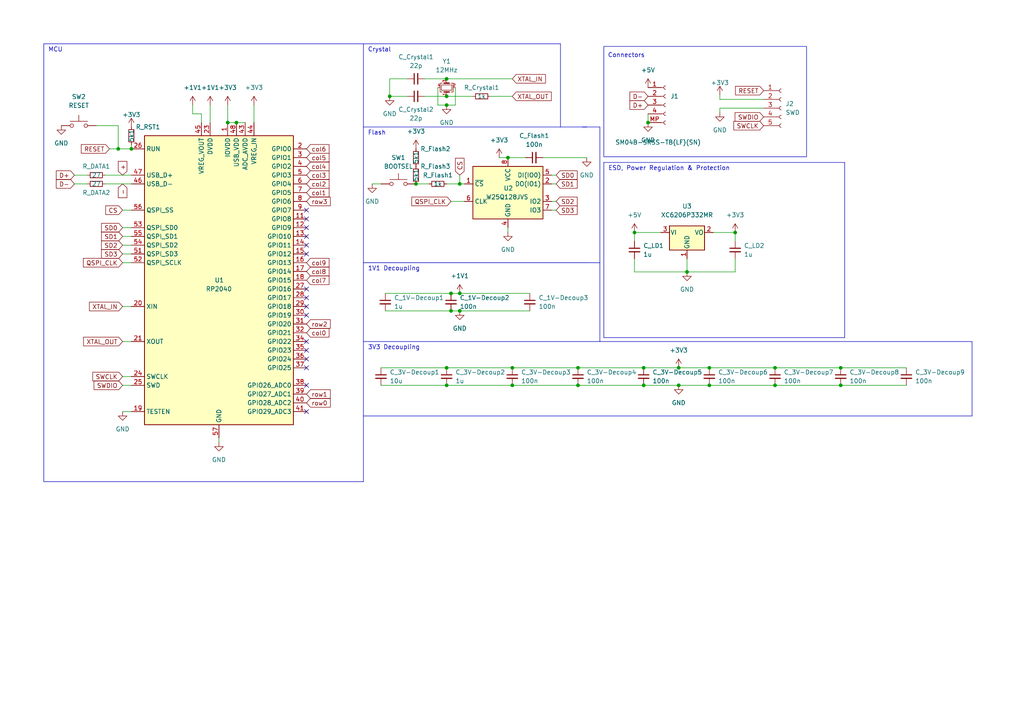
<source format=kicad_sch>
(kicad_sch (version 20230121) (generator eeschema)
  (paper "A4")
  (lib_symbols
    (symbol "Connector:Conn_01x04_Female" (pin_names (offset 1.016) hide)
      (property "Reference" "J1" (at 1.397 0 0))
      (property "Value" "SM04B-SRSS-TB(LF)(SN)" (at -14.605 -13.335 0))
      (symbol "Conn_01x04_Female_1_1"
        (arc (start 0 -7.112) (mid -0.5058 -7.62) (end 0 -8.128) (stroke (width 0.1524)))
        (arc (start 0 -4.572) (mid -0.5058 -5.08) (end 0 -5.588) (stroke (width 0.1524)))
        (arc (start 0 -2.032) (mid -0.5058 -2.54) (end 0 -3.048) (stroke (width 0.1524)))
        (polyline (pts (xy -1.27 -7.62) (xy -0.508 -7.62)) (stroke (width 0.1524)))
        (polyline (pts (xy -1.27 -5.08) (xy -0.508 -5.08)) (stroke (width 0.1524)))
        (polyline (pts (xy -1.27 -2.54) (xy -0.508 -2.54)) (stroke (width 0.1524)))
        (polyline (pts (xy -1.27 0) (xy -0.508 0)) (stroke (width 0.1524)))
        (polyline (pts (xy -1.27 2.54) (xy -0.508 2.54)) (stroke (width 0.1524)))
        (arc (start 0 0.508) (mid -0.5058 0) (end 0 -0.508) (stroke (width 0.1524)))
        (arc (start 0 3.048) (mid -0.5058 2.54) (end 0 2.032) (stroke (width 0.1524)))
        (pin passive line (at -5.08 2.54 0) (length 3.81) (name "Pin_1") (number "1"))
        (pin passive line (at -5.08 0 0) (length 3.81) (name "Pin_2") (number "2"))
        (pin passive line (at -5.08 -2.54 0) (length 3.81) (name "Pin_3") (number "3"))
        (pin passive line (at -5.08 -5.08 0) (length 3.81) (name "Pin_4") (number "4"))
        (pin passive line (at -5.08 -7.62 0) (length 3.81) (name "MP") (number "MP"))
      )
    )
    (symbol "Connector:Conn_01x05_Female" (pin_names (offset 1.016) hide)
      (property "Reference" "J" (at 0 7.62 0))
      (property "Value" "Conn_01x05_Female" (at 0 -7.62 0))
      (symbol "Conn_01x05_Female_1_1"
        (arc (start 0 -4.572) (mid -0.5058 -5.08) (end 0 -5.588) (stroke (width 0.1524)))
        (arc (start 0 -2.032) (mid -0.5058 -2.54) (end 0 -3.048) (stroke (width 0.1524)))
        (polyline (pts (xy -1.27 -5.08) (xy -0.508 -5.08)) (stroke (width 0.1524)))
        (polyline (pts (xy -1.27 -2.54) (xy -0.508 -2.54)) (stroke (width 0.1524)))
        (polyline (pts (xy -1.27 0) (xy -0.508 0)) (stroke (width 0.1524)))
        (polyline (pts (xy -1.27 2.54) (xy -0.508 2.54)) (stroke (width 0.1524)))
        (polyline (pts (xy -1.27 5.08) (xy -0.508 5.08)) (stroke (width 0.1524)))
        (arc (start 0 0.508) (mid -0.5058 0) (end 0 -0.508) (stroke (width 0.1524)))
        (arc (start 0 3.048) (mid -0.5058 2.54) (end 0 2.032) (stroke (width 0.1524)))
        (arc (start 0 5.588) (mid -0.5058 5.08) (end 0 4.572) (stroke (width 0.1524)))
        (pin passive line (at -5.08 5.08 0) (length 3.81) (name "Pin_1") (number "1"))
        (pin passive line (at -5.08 2.54 0) (length 3.81) (name "Pin_2") (number "2"))
        (pin passive line (at -5.08 0 0) (length 3.81) (name "Pin_3") (number "3"))
        (pin passive line (at -5.08 -2.54 0) (length 3.81) (name "Pin_4") (number "4"))
        (pin passive line (at -5.08 -5.08 0) (length 3.81) (name "Pin_5") (number "5"))
      )
    )
    (symbol "Device:C_Small" (pin_numbers hide) (pin_names (offset 0.254) hide)
      (property "Reference" "C" (at 0.254 1.778 0))
      (property "Value" "C_Small" (at 0.254 -2.032 0))
      (symbol "C_Small_0_1"
        (polyline (pts (xy -1.524 -0.508) (xy 1.524 -0.508)) (stroke (width 0.3302)))
        (polyline (pts (xy -1.524 0.508) (xy 1.524 0.508)) (stroke (width 0.3048)))
      )
      (symbol "C_Small_1_1"
        (pin passive line (at 0 2.54 270) (length 2.032) (name "~") (number "1"))
        (pin passive line (at 0 -2.54 90) (length 2.032) (name "~") (number "2"))
      )
    )
    (symbol "Device:Crystal_GND24_Small" (pin_names (offset 1.016) hide)
      (property "Reference" "Y" (at 1.27 4.445 0))
      (property "Value" "Crystal_GND24_Small" (at 1.27 2.54 0))
      (symbol "Crystal_GND24_Small_0_1"
        (rectangle (start -0.762 -1.524) (end 0.762 1.524))
        (polyline (pts (xy -1.27 -0.762) (xy -1.27 0.762)) (stroke (width 0.381)))
        (polyline (pts (xy 1.27 -0.762) (xy 1.27 0.762)) (stroke (width 0.381)))
        (polyline (pts (xy -1.27 -1.27) (xy -1.27 -1.905) (xy 1.27 -1.905) (xy 1.27 -1.27)))
        (polyline (pts (xy -1.27 1.27) (xy -1.27 1.905) (xy 1.27 1.905) (xy 1.27 1.27)))
      )
      (symbol "Crystal_GND24_Small_1_1"
        (pin passive line (at -2.54 0 0) (length 1.27) (name "1") (number "1"))
        (pin passive line (at 0 -2.54 90) (length 0.635) (name "2") (number "2"))
        (pin passive line (at 2.54 0 180) (length 1.27) (name "3") (number "3"))
        (pin passive line (at 0 2.54 270) (length 0.635) (name "4") (number "4"))
      )
    )
    (symbol "Device:R_Small" (pin_numbers hide) (pin_names (offset 0.254) hide)
      (property "Reference" "R" (at 0.762 0.508 0))
      (property "Value" "R_Small" (at 0.762 -1.016 0))
      (symbol "R_Small_0_1"
        (rectangle (start -0.762 1.778) (end 0.762 -1.778) (stroke (width 0.2032)))
      )
      (symbol "R_Small_1_1"
        (pin passive line (at 0 2.54 270) (length 0.762) (name "~") (number "1"))
        (pin passive line (at 0 -2.54 90) (length 0.762) (name "~") (number "2"))
      )
    )
    (symbol "MCU_RaspberryPi:RP2040"
      (property "Reference" "U1" (at -1.27 0 0))
      (property "Value" "RP2040" (at -3.81 -2.54 0))
      (symbol "RP2040_0_1"
        (rectangle (start -21.59 41.91) (end 21.59 -41.91) (stroke (width 0.254)) (fill (type background)))
      )
      (symbol "RP2040_1_1"
        (pin power_in line (at 2.54 45.72 270) (length 3.81) (name "IOVDD") (number "1"))
        (pin passive line (at 2.54 45.72 270) (length 3.81) hide (name "IOVDD") (number "10"))
        (pin bidirectional line (at 25.4 17.78 180) (length 3.81) (name "GPIO8") (number "11"))
        (pin bidirectional line (at 25.4 15.24 180) (length 3.81) (name "GPIO9") (number "12"))
        (pin bidirectional line (at 25.4 12.7 180) (length 3.81) (name "GPIO10") (number "13"))
        (pin bidirectional line (at 25.4 10.16 180) (length 3.81) (name "GPIO11") (number "14"))
        (pin bidirectional line (at 25.4 7.62 180) (length 3.81) (name "GPIO12") (number "15"))
        (pin bidirectional line (at 25.4 5.08 180) (length 3.81) (name "GPIO13") (number "16"))
        (pin bidirectional line (at 25.4 2.54 180) (length 3.81) (name "GPIO14") (number "17"))
        (pin bidirectional line (at 25.4 0 180) (length 3.81) (name "GPIO15") (number "18"))
        (pin input line (at -25.4 -38.1 0) (length 3.81) (name "TESTEN") (number "19"))
        (pin bidirectional line (at 25.4 38.1 180) (length 3.81) (name "GPIO0") (number "2"))
        (pin input line (at -25.4 -7.62 0) (length 3.81) (name "XIN") (number "20"))
        (pin passive line (at -25.4 -17.78 0) (length 3.81) (name "XOUT") (number "21"))
        (pin passive line (at 2.54 45.72 270) (length 3.81) hide (name "IOVDD") (number "22"))
        (pin power_in line (at -2.54 45.72 270) (length 3.81) (name "DVDD") (number "23"))
        (pin output line (at -25.4 -27.94 0) (length 3.81) (name "SWCLK") (number "24"))
        (pin bidirectional line (at -25.4 -30.48 0) (length 3.81) (name "SWD") (number "25"))
        (pin input line (at -25.4 38.1 0) (length 3.81) (name "RUN") (number "26"))
        (pin bidirectional line (at 25.4 -2.54 180) (length 3.81) (name "GPIO16") (number "27"))
        (pin bidirectional line (at 25.4 -5.08 180) (length 3.81) (name "GPIO17") (number "28"))
        (pin bidirectional line (at 25.4 -7.62 180) (length 3.81) (name "GPIO18") (number "29"))
        (pin bidirectional line (at 25.4 35.56 180) (length 3.81) (name "GPIO1") (number "3"))
        (pin bidirectional line (at 25.4 -10.16 180) (length 3.81) (name "GPIO19") (number "30"))
        (pin bidirectional line (at 25.4 -12.7 180) (length 3.81) (name "GPIO20") (number "31"))
        (pin bidirectional line (at 25.4 -15.24 180) (length 3.81) (name "GPIO21") (number "32"))
        (pin passive line (at 2.54 45.72 270) (length 3.81) hide (name "IOVDD") (number "33"))
        (pin bidirectional line (at 25.4 -17.78 180) (length 3.81) (name "GPIO22") (number "34"))
        (pin bidirectional line (at 25.4 -20.32 180) (length 3.81) (name "GPIO23") (number "35"))
        (pin bidirectional line (at 25.4 -22.86 180) (length 3.81) (name "GPIO24") (number "36"))
        (pin bidirectional line (at 25.4 -25.4 180) (length 3.81) (name "GPIO25") (number "37"))
        (pin bidirectional line (at 25.4 -30.48 180) (length 3.81) (name "GPIO26_ADC0") (number "38"))
        (pin bidirectional line (at 25.4 -33.02 180) (length 3.81) (name "GPIO27_ADC1") (number "39"))
        (pin bidirectional line (at 25.4 33.02 180) (length 3.81) (name "GPIO2") (number "4"))
        (pin bidirectional line (at 25.4 -35.56 180) (length 3.81) (name "GPIO28_ADC2") (number "40"))
        (pin bidirectional line (at 25.4 -38.1 180) (length 3.81) (name "GPIO29_ADC3") (number "41"))
        (pin passive line (at 2.54 45.72 270) (length 3.81) hide (name "IOVDD") (number "42"))
        (pin power_in line (at 7.62 45.72 270) (length 3.81) (name "ADC_AVDD") (number "43"))
        (pin power_in line (at 10.16 45.72 270) (length 3.81) (name "VREG_IN") (number "44"))
        (pin power_out line (at -5.08 45.72 270) (length 3.81) (name "VREG_VOUT") (number "45"))
        (pin bidirectional line (at -25.4 27.94 0) (length 3.81) (name "USB_D-") (number "46"))
        (pin bidirectional line (at -25.4 30.48 0) (length 3.81) (name "USB_D+") (number "47"))
        (pin power_in line (at 5.08 45.72 270) (length 3.81) (name "USB_VDD") (number "48"))
        (pin passive line (at 2.54 45.72 270) (length 3.81) hide (name "IOVDD") (number "49"))
        (pin bidirectional line (at 25.4 30.48 180) (length 3.81) (name "GPIO3") (number "5"))
        (pin passive line (at -2.54 45.72 270) (length 3.81) hide (name "DVDD") (number "50"))
        (pin bidirectional line (at -25.4 7.62 0) (length 3.81) (name "QSPI_SD3") (number "51"))
        (pin output line (at -25.4 5.08 0) (length 3.81) (name "QSPI_SCLK") (number "52"))
        (pin bidirectional line (at -25.4 15.24 0) (length 3.81) (name "QSPI_SD0") (number "53"))
        (pin bidirectional line (at -25.4 10.16 0) (length 3.81) (name "QSPI_SD2") (number "54"))
        (pin bidirectional line (at -25.4 12.7 0) (length 3.81) (name "QSPI_SD1") (number "55"))
        (pin bidirectional line (at -25.4 20.32 0) (length 3.81) (name "QSPI_SS") (number "56"))
        (pin power_in line (at 0 -45.72 90) (length 3.81) (name "GND") (number "57"))
        (pin bidirectional line (at 25.4 27.94 180) (length 3.81) (name "GPIO4") (number "6"))
        (pin bidirectional line (at 25.4 25.4 180) (length 3.81) (name "GPIO5") (number "7"))
        (pin bidirectional line (at 25.4 22.86 180) (length 3.81) (name "GPIO6") (number "8"))
        (pin bidirectional line (at 25.4 20.32 180) (length 3.81) (name "GPIO7") (number "9"))
      )
    )
    (symbol "Memory_Flash:W25Q128JVS"
      (property "Reference" "U" (at -8.89 8.89 0))
      (property "Value" "W25Q128JVS" (at 7.62 8.89 0))
      (symbol "W25Q128JVS_0_1"
        (rectangle (start -10.16 7.62) (end 10.16 -7.62) (stroke (width 0.254)) (fill (type background)))
      )
      (symbol "W25Q128JVS_1_1"
        (pin input line (at -12.7 2.54 0) (length 2.54) (name "~{CS}") (number "1"))
        (pin bidirectional line (at 12.7 2.54 180) (length 2.54) (name "DO(IO1)") (number "2"))
        (pin bidirectional line (at 12.7 -2.54 180) (length 2.54) (name "IO2") (number "3"))
        (pin power_in line (at 0 -10.16 90) (length 2.54) (name "GND") (number "4"))
        (pin bidirectional line (at 12.7 5.08 180) (length 2.54) (name "DI(IO0)") (number "5"))
        (pin input line (at -12.7 -2.54 0) (length 2.54) (name "CLK") (number "6"))
        (pin bidirectional line (at 12.7 -5.08 180) (length 2.54) (name "IO3") (number "7"))
        (pin power_in line (at 0 10.16 270) (length 2.54) (name "VCC") (number "8"))
      )
    )
    (symbol "Regulator_Linear:XC6206PxxxMR" (pin_names (offset 0.254))
      (property "Reference" "U" (at -3.81 3.175 0))
      (property "Value" "XC6206PxxxMR" (at 0 3.175 0))
      (symbol "XC6206PxxxMR_0_1"
        (rectangle (start -5.08 1.905) (end 5.08 -5.08) (stroke (width 0.254)) (fill (type background)))
      )
      (symbol "XC6206PxxxMR_1_1"
        (pin power_in line (at 0 -7.62 90) (length 2.54) (name "GND") (number "1"))
        (pin power_out line (at 7.62 0 180) (length 2.54) (name "VO") (number "2"))
        (pin power_in line (at -7.62 0 0) (length 2.54) (name "VI") (number "3"))
      )
    )
    (symbol "Switch:SW_Push" (pin_numbers hide) (pin_names (offset 1.016) hide)
      (property "Reference" "SW" (at 1.27 2.54 0))
      (property "Value" "SW_Push" (at 0 -1.524 0))
      (symbol "SW_Push_0_1"
        (circle (center -2.032 0) (radius 0.508))
        (polyline (pts (xy 0 1.27) (xy 0 3.048)))
        (polyline (pts (xy 2.54 1.27) (xy -2.54 1.27)))
        (circle (center 2.032 0) (radius 0.508))
        (pin passive line (at -5.08 0 0) (length 2.54) (name "1") (number "1"))
        (pin passive line (at 5.08 0 180) (length 2.54) (name "2") (number "2"))
      )
    )
    (symbol "power:+1V1" (power) (pin_names (offset 0))
      (property "Value" "+1V1" (at 0 3.556 0))
      (symbol "+1V1_0_1"
        (polyline (pts (xy -0.762 1.27) (xy 0 2.54)))
        (polyline (pts (xy 0 0) (xy 0 2.54)))
        (polyline (pts (xy 0 2.54) (xy 0.762 1.27)))
      )
      (symbol "+1V1_1_1"
        (pin power_in line (at 0 0 90) (length 0) hide (name "+1V1") (number "1"))
      )
    )
    (symbol "power:+3V3" (power) (pin_names (offset 0))
      (property "Value" "+3V3" (at 0 3.556 0))
      (symbol "+3V3_0_1"
        (polyline (pts (xy -0.762 1.27) (xy 0 2.54)))
        (polyline (pts (xy 0 0) (xy 0 2.54)))
        (polyline (pts (xy 0 2.54) (xy 0.762 1.27)))
      )
      (symbol "+3V3_1_1"
        (pin power_in line (at 0 0 90) (length 0) hide (name "+3V3") (number "1"))
      )
    )
    (symbol "power:+5V" (power) (pin_names (offset 0))
      (property "Value" "+5V" (at 0 3.556 0))
      (symbol "+5V_0_1"
        (polyline (pts (xy -0.762 1.27) (xy 0 2.54)))
        (polyline (pts (xy 0 0) (xy 0 2.54)))
        (polyline (pts (xy 0 2.54) (xy 0.762 1.27)))
      )
      (symbol "+5V_1_1"
        (pin power_in line (at 0 0 90) (length 0) hide (name "+5V") (number "1"))
      )
    )
    (symbol "power:GND" (power) (pin_names (offset 0))
      (property "Value" "GND" (at 0 -3.81 0))
      (symbol "GND_0_1"
        (polyline (pts (xy 0 0) (xy 0 -1.27) (xy 1.27 -1.27) (xy 0 -2.54) (xy -1.27 -1.27) (xy 0 -1.27)))
      )
      (symbol "GND_1_1"
        (pin power_in line (at 0 0 270) (length 0) hide (name "GND") (number "1"))
      )
    )
  )
  (junction (at 243.84 111.76))
  (junction (at 130.81 85.09))
  (junction (at 129.54 111.76))
  (junction (at 130.81 90.17))
  (junction (at 213.233 67.437))
  (junction (at 196.85 111.76))
  (junction (at 148.59 111.76))
  (junction (at 129.54 22.86))
  (junction (at 133.35 85.09))
  (junction (at 167.64 106.68))
  (junction (at 38.1 43.18))
  (junction (at 129.54 30.48))
  (junction (at 196.85 106.68))
  (junction (at 186.69 111.76))
  (junction (at 205.74 106.68))
  (junction (at 147.32 45.72))
  (junction (at 129.54 27.94))
  (junction (at 184.023 67.437))
  (junction (at 113.03 27.94))
  (junction (at 120.65 53.34))
  (junction (at 243.84 106.68))
  (junction (at 224.79 106.68))
  (junction (at 148.59 106.68))
  (junction (at 133.35 90.17))
  (junction (at 187.96 35.56))
  (junction (at 34.29 43.18))
  (junction (at 205.74 111.76))
  (junction (at 224.79 111.76))
  (junction (at 186.69 106.68))
  (junction (at 129.54 106.68))
  (junction (at 167.64 111.76))
  (junction (at 199.263 78.867))
  (junction (at 66.04 35.56))
  (junction (at 68.58 35.56))
  (junction (at 133.35 53.34))
  (no_connect (at 88.9 86.36))
  (no_connect (at 88.9 68.58))
  (no_connect (at 88.9 119.38))
  (no_connect (at 88.9 104.14))
  (no_connect (at 88.9 71.12))
  (no_connect (at 88.9 73.66))
  (no_connect (at 88.9 101.6))
  (no_connect (at 88.9 63.5))
  (no_connect (at 88.9 91.44))
  (no_connect (at 88.9 106.68))
  (no_connect (at 88.9 88.9))
  (no_connect (at 88.9 111.76))
  (no_connect (at 88.9 83.82))
  (no_connect (at 88.9 66.04))
  (no_connect (at 88.9 99.06))
  (no_connect (at 88.9 60.96))
  (wire (pts (xy 35.56 66.04) (xy 38.1 66.04)))
  (polyline (pts (xy 162.56 36.83) (xy 105.41 36.83)))
  (polyline (pts (xy 105.41 76.2) (xy 173.99 76.2)))
  (wire (pts (xy 35.56 76.2) (xy 38.1 76.2)))
  (wire (pts (xy 129.54 111.76) (xy 148.59 111.76)))
  (wire (pts (xy 35.56 99.06) (xy 38.1 99.06)))
  (wire (pts (xy 66.04 35.56) (xy 68.58 35.56)))
  (wire (pts (xy 35.56 68.58) (xy 38.1 68.58)))
  (wire (pts (xy 142.24 27.94) (xy 148.59 27.94)))
  (wire (pts (xy 133.35 50.8) (xy 133.35 53.34)))
  (wire (pts (xy 133.35 53.34) (xy 134.62 53.34)))
  (wire (pts (xy 205.74 106.68) (xy 224.79 106.68)))
  (wire (pts (xy 55.88 30.48) (xy 55.88 33.02)))
  (wire (pts (xy 148.59 111.76) (xy 167.64 111.76)))
  (wire (pts (xy 184.023 75.057) (xy 184.023 78.867)))
  (wire (pts (xy 107.95 53.34) (xy 110.49 53.34)))
  (wire (pts (xy 113.03 27.94) (xy 118.11 27.94)))
  (wire (pts (xy 160.02 60.96) (xy 161.29 60.96)))
  (wire (pts (xy 243.84 106.68) (xy 262.89 106.68)))
  (wire (pts (xy 127 25.4) (xy 127 30.48)))
  (wire (pts (xy 35.56 71.12) (xy 38.1 71.12)))
  (wire (pts (xy 199.263 75.057) (xy 199.263 78.867)))
  (wire (pts (xy 31.75 43.18) (xy 34.29 43.18)))
  (polyline (pts (xy 204.343 47.117) (xy 244.983 47.117)))
  (polyline (pts (xy 173.99 36.83) (xy 173.99 76.2)))
  (wire (pts (xy 129.54 22.86) (xy 148.59 22.86)))
  (polyline (pts (xy 105.41 99.06) (xy 173.99 99.06)))
  (polyline (pts (xy 162.56 36.83) (xy 170.18 36.83)))
  (wire (pts (xy 127 30.48) (xy 129.54 30.48)))
  (polyline (pts (xy 244.983 97.917) (xy 175.133 97.917)))
  (wire (pts (xy 58.42 33.02) (xy 55.88 33.02)))
  (wire (pts (xy 30.48 50.8) (xy 38.1 50.8)))
  (wire (pts (xy 113.03 22.86) (xy 118.11 22.86)))
  (wire (pts (xy 196.85 111.76) (xy 205.74 111.76)))
  (wire (pts (xy 213.233 69.977) (xy 213.233 67.437)))
  (wire (pts (xy 196.85 106.68) (xy 205.74 106.68)))
  (wire (pts (xy 224.79 111.76) (xy 243.84 111.76)))
  (wire (pts (xy 167.64 111.76) (xy 186.69 111.76)))
  (polyline (pts (xy 173.99 76.2) (xy 173.99 99.06)))
  (wire (pts (xy 184.023 78.867) (xy 199.263 78.867)))
  (wire (pts (xy 208.788 27.559) (xy 208.788 28.829)))
  (wire (pts (xy 130.81 58.42) (xy 134.62 58.42)))
  (wire (pts (xy 129.54 106.68) (xy 148.59 106.68)))
  (polyline (pts (xy 162.56 12.7) (xy 162.56 36.83)))
  (polyline (pts (xy 175.133 47.117) (xy 175.133 97.917)))
  (wire (pts (xy 130.81 85.09) (xy 133.35 85.09)))
  (wire (pts (xy 68.58 35.56) (xy 71.12 35.56)))
  (wire (pts (xy 133.35 90.17) (xy 153.67 90.17)))
  (wire (pts (xy 123.19 22.86) (xy 129.54 22.86)))
  (wire (pts (xy 21.59 50.8) (xy 25.4 50.8)))
  (polyline (pts (xy 105.41 12.7) (xy 162.56 12.7)))
  (wire (pts (xy 129.54 27.94) (xy 137.16 27.94)))
  (wire (pts (xy 123.19 27.94) (xy 129.54 27.94)))
  (wire (pts (xy 187.96 33.02) (xy 187.96 35.56)))
  (wire (pts (xy 35.56 60.96) (xy 38.1 60.96)))
  (wire (pts (xy 129.54 53.34) (xy 133.35 53.34)))
  (wire (pts (xy 35.56 73.66) (xy 38.1 73.66)))
  (wire (pts (xy 73.66 30.48) (xy 73.66 35.56)))
  (wire (pts (xy 60.96 30.48) (xy 60.96 35.56)))
  (wire (pts (xy 208.788 28.829) (xy 221.488 28.829)))
  (wire (pts (xy 160.02 50.8) (xy 161.29 50.8)))
  (wire (pts (xy 206.883 67.437) (xy 213.233 67.437)))
  (wire (pts (xy 110.49 106.68) (xy 129.54 106.68)))
  (wire (pts (xy 160.02 58.42) (xy 161.29 58.42)))
  (polyline (pts (xy 281.94 120.65) (xy 105.41 120.65)))
  (wire (pts (xy 130.81 90.17) (xy 133.35 90.17)))
  (wire (pts (xy 113.03 22.86) (xy 113.03 27.94)))
  (wire (pts (xy 243.84 111.76) (xy 262.89 111.76)))
  (wire (pts (xy 199.263 78.867) (xy 213.233 78.867)))
  (wire (pts (xy 157.48 45.72) (xy 170.18 45.72)))
  (wire (pts (xy 35.56 111.76) (xy 38.1 111.76)))
  (polyline (pts (xy 281.94 99.06) (xy 281.94 120.65)))
  (polyline (pts (xy 12.7 12.7) (xy 105.41 12.7)))
  (wire (pts (xy 186.69 106.68) (xy 196.85 106.68)))
  (wire (pts (xy 208.788 32.639) (xy 208.788 31.369)))
  (wire (pts (xy 224.79 106.68) (xy 243.84 106.68)))
  (wire (pts (xy 148.59 106.68) (xy 167.64 106.68)))
  (polyline (pts (xy 244.983 47.117) (xy 244.983 97.917)))
  (wire (pts (xy 35.56 88.9) (xy 38.1 88.9)))
  (wire (pts (xy 205.74 111.76) (xy 224.79 111.76)))
  (wire (pts (xy 186.69 111.76) (xy 196.85 111.76)))
  (wire (pts (xy 132.08 30.48) (xy 129.54 30.48)))
  (wire (pts (xy 38.1 41.91) (xy 38.1 43.18)))
  (wire (pts (xy 111.76 85.09) (xy 130.81 85.09)))
  (wire (pts (xy 35.56 109.22) (xy 38.1 109.22)))
  (wire (pts (xy 66.04 30.48) (xy 66.04 35.56)))
  (wire (pts (xy 184.023 67.437) (xy 191.643 67.437)))
  (wire (pts (xy 132.08 25.4) (xy 132.08 30.48)))
  (wire (pts (xy 144.78 45.72) (xy 147.32 45.72)))
  (wire (pts (xy 147.32 66.04) (xy 147.32 67.31)))
  (wire (pts (xy 63.5 127) (xy 63.5 128.27)))
  (polyline (pts (xy 173.99 99.06) (xy 281.94 99.06)))
  (polyline (pts (xy 168.91 36.83) (xy 173.99 36.83)))
  (wire (pts (xy 110.49 111.76) (xy 129.54 111.76)))
  (polyline (pts (xy 175.133 47.117) (xy 204.343 47.117)))
  (wire (pts (xy 34.29 36.449) (xy 34.29 43.18)))
  (wire (pts (xy 58.42 35.56) (xy 58.42 33.02)))
  (wire (pts (xy 111.76 90.17) (xy 130.81 90.17)))
  (wire (pts (xy 27.94 36.449) (xy 34.29 36.449)))
  (polyline (pts (xy 12.7 139.7) (xy 105.41 139.7)))
  (wire (pts (xy 160.02 53.34) (xy 161.29 53.34)))
  (wire (pts (xy 34.29 43.18) (xy 38.1 43.18)))
  (wire (pts (xy 167.64 106.68) (xy 186.69 106.68)))
  (polyline (pts (xy 105.41 12.7) (xy 105.41 139.7)))
  (wire (pts (xy 35.56 119.38) (xy 38.1 119.38)))
  (wire (pts (xy 21.59 53.34) (xy 25.4 53.34)))
  (wire (pts (xy 30.48 53.34) (xy 38.1 53.34)))
  (wire (pts (xy 208.788 31.369) (xy 221.488 31.369)))
  (wire (pts (xy 213.233 75.057) (xy 213.233 78.867)))
  (wire (pts (xy 133.35 85.09) (xy 153.67 85.09)))
  (wire (pts (xy 147.32 45.72) (xy 152.4 45.72)))
  (wire (pts (xy 184.023 67.437) (xy 184.023 69.977)))
  (wire (pts (xy 120.65 53.34) (xy 124.46 53.34)))
  (polyline (pts (xy 12.7 139.7) (xy 12.7 12.7)))
  (polyline (pts (xy 105.41 76.2) (xy 170.18 76.2)))
  (rectangle (start 175.133 13.462) (end 233.934 45.466))
  (text "Connectors\n" (at 176.276 16.891 0) (effects (font (size 1.27 1.27)) (justify left bottom)))
  (text "1V1 Decoupling\n" (at 106.68 78.74 0) (effects (font (size 1.27 1.27)) (justify left bottom)))
  (text "ESD, Power Regulation & Protection\n" (at 176.403 49.657 0) (effects (font (size 1.27 1.27)) (justify left bottom)))
  (text "Crystal\n" (at 106.68 15.24 0) (effects (font (size 1.27 1.27)) (justify left bottom)))
  (text "MCU" (at 13.97 15.24 0) (effects (font (size 1.27 1.27)) (justify left bottom)))
  (text "Flash" (at 106.68 39.37 0) (effects (font (size 1.27 1.27)) (justify left bottom)))
  (text "3V3 Decoupling" (at 106.68 101.6 0) (effects (font (size 1.27 1.27)) (justify left bottom)))
  (global_label "col8" (shape input) (at 88.9 78.74 0) (property "Intersheetrefs" "${INTERSHEET_REFS}" (effects hide)))
  (global_label "SD2" (shape input) (at 35.56 71.12 180) (property "Intersheetrefs" "${INTERSHEET_REFS}" (effects hide)))
  (global_label "QSPI_CLK" (shape input) (at 130.81 58.42 180) (property "Intersheetrefs" "${INTERSHEET_REFS}" (effects hide)))
  (global_label "SWCLK" (shape input) (at 221.488 36.449 180) (property "Intersheetrefs" "${INTERSHEET_REFS}" (effects hide)))
  (global_label "SD3" (shape input) (at 35.56 73.66 180) (property "Intersheetrefs" "${INTERSHEET_REFS}" (effects hide)))
  (global_label "D-" (shape input) (at 187.96 27.94 180) (property "Intersheetrefs" "${INTERSHEET_REFS}" (effects hide)))
  (global_label "SD0" (shape input) (at 161.29 50.8 0) (property "Intersheetrefs" "${INTERSHEET_REFS}" (effects hide)))
  (global_label "XTAL_OUT" (shape input) (at 148.59 27.94 0) (property "Intersheetrefs" "${INTERSHEET_REFS}" (effects hide)))
  (global_label "col7" (shape input) (at 88.9 81.28 0) (property "Intersheetrefs" "${INTERSHEET_REFS}" (effects hide)))
  (global_label "row3" (shape input) (at 88.9 58.42 0) (property "Intersheetrefs" "${INTERSHEET_REFS}" (effects hide)))
  (global_label "SWCLK" (shape input) (at 35.56 109.22 180) (property "Intersheetrefs" "${INTERSHEET_REFS}" (effects hide)))
  (global_label "col3" (shape input) (at 88.9 50.8 0) (property "Intersheetrefs" "${INTERSHEET_REFS}" (effects hide)))
  (global_label "col5" (shape input) (at 88.9 45.72 0) (property "Intersheetrefs" "${INTERSHEET_REFS}" (effects hide)))
  (global_label "col2" (shape input) (at 88.9 53.34 0) (property "Intersheetrefs" "${INTERSHEET_REFS}" (effects hide)))
  (global_label "col4" (shape input) (at 88.9 48.26 0) (property "Intersheetrefs" "${INTERSHEET_REFS}" (effects hide)))
  (global_label "CS" (shape input) (at 35.56 60.96 180) (property "Intersheetrefs" "${INTERSHEET_REFS}" (effects hide)))
  (global_label "-" (shape input) (at 35.56 53.34 270) (property "Intersheetrefs" "${INTERSHEET_REFS}" (effects hide)))
  (global_label "row1" (shape input) (at 88.9 114.3 0) (property "Intersheetrefs" "${INTERSHEET_REFS}" (effects hide)))
  (global_label "RESET" (shape input) (at 221.488 26.289 180) (property "Intersheetrefs" "${INTERSHEET_REFS}" (effects hide)))
  (global_label "D+" (shape input) (at 21.59 50.8 180) (property "Intersheetrefs" "${INTERSHEET_REFS}" (effects hide)))
  (global_label "D-" (shape input) (at 21.59 53.34 180) (property "Intersheetrefs" "${INTERSHEET_REFS}" (effects hide)))
  (global_label "SD0" (shape input) (at 35.56 66.04 180) (property "Intersheetrefs" "${INTERSHEET_REFS}" (effects hide)))
  (global_label "XTAL_IN" (shape input) (at 148.59 22.86 0) (property "Intersheetrefs" "${INTERSHEET_REFS}" (effects hide)))
  (global_label "SWDIO" (shape input) (at 221.488 33.909 180) (property "Intersheetrefs" "${INTERSHEET_REFS}" (effects hide)))
  (global_label "D+" (shape input) (at 187.96 30.48 180) (property "Intersheetrefs" "${INTERSHEET_REFS}" (effects hide)))
  (global_label "SD1" (shape input) (at 161.29 53.34 0) (property "Intersheetrefs" "${INTERSHEET_REFS}" (effects hide)))
  (global_label "CS" (shape input) (at 133.35 50.8 90) (property "Intersheetrefs" "${INTERSHEET_REFS}" (effects hide)))
  (global_label "row2" (shape input) (at 88.9 93.98 0) (property "Intersheetrefs" "${INTERSHEET_REFS}" (effects hide)))
  (global_label "SD1" (shape input) (at 35.56 68.58 180) (property "Intersheetrefs" "${INTERSHEET_REFS}" (effects hide)))
  (global_label "col9" (shape input) (at 88.9 76.2 0) (property "Intersheetrefs" "${INTERSHEET_REFS}" (effects hide)))
  (global_label "SD3" (shape input) (at 161.29 60.96 0) (property "Intersheetrefs" "${INTERSHEET_REFS}" (effects hide)))
  (global_label "XTAL_IN" (shape input) (at 35.56 88.9 180) (property "Intersheetrefs" "${INTERSHEET_REFS}" (effects hide)))
  (global_label "SD2" (shape input) (at 161.29 58.42 0) (property "Intersheetrefs" "${INTERSHEET_REFS}" (effects hide)))
  (global_label "XTAL_OUT" (shape input) (at 35.56 99.06 180) (property "Intersheetrefs" "${INTERSHEET_REFS}" (effects hide)))
  (global_label "QSPI_CLK" (shape input) (at 35.56 76.2 180) (property "Intersheetrefs" "${INTERSHEET_REFS}" (effects hide)))
  (global_label "col0" (shape input) (at 88.9 96.52 0) (property "Intersheetrefs" "${INTERSHEET_REFS}" (effects hide)))
  (global_label "RESET" (shape input) (at 31.75 43.18 180) (property "Intersheetrefs" "${INTERSHEET_REFS}" (effects hide)))
  (global_label "+" (shape input) (at 35.56 50.8 90) (property "Intersheetrefs" "${INTERSHEET_REFS}" (effects hide)))
  (global_label "row0" (shape input) (at 88.9 116.84 0) (property "Intersheetrefs" "${INTERSHEET_REFS}" (effects hide)))
  (global_label "col1" (shape input) (at 88.9 55.88 0) (property "Intersheetrefs" "${INTERSHEET_REFS}" (effects hide)))
  (global_label "SWDIO" (shape input) (at 35.56 111.76 180) (property "Intersheetrefs" "${INTERSHEET_REFS}" (effects hide)))
  (global_label "col6" (shape input) (at 88.9 43.18 0) (property "Intersheetrefs" "${INTERSHEET_REFS}" (effects hide)))
  (symbol (lib_id "Device:C_Small") (at 224.79 109.22 0) (unit 1)
    (property "Reference" "C_3V-Decoup7" (at 227.33 107.9563 0) (effects (justify left)))
    (property "Value" "100n" (at 227.33 110.4963 0) (effects (justify left)))
    (property "Footprint" "Capacitor_SMD:C_0402_1005Metric" (effects hide))
  )
  (symbol (lib_id "Device:C_Small") (at 213.233 72.517 0) (unit 1)
    (property "Reference" "C_LD2" (at 215.773 71.2532 0) (effects (justify left)))
    (property "Value" "1u" (at 215.773 73.7932 0) (effects (justify left)))
    (property "Footprint" "Capacitor_SMD:C_0402_1005Metric" (effects hide))
  )
  (symbol (lib_id "Device:C_Small") (at 184.023 72.517 0) (unit 1)
    (property "Reference" "C_LD1" (at 186.563 71.2532 0) (effects (justify left)))
    (property "Value" "1u" (at 186.563 73.7932 0) (effects (justify left)))
    (property "Footprint" "Capacitor_SMD:C_0402_1005Metric" (effects hide))
  )
  (symbol (lib_id "Device:C_Small") (at 205.74 109.22 0) (unit 1)
    (property "Reference" "C_3V-Decoup6" (at 208.28 107.9563 0) (effects (justify left)))
    (property "Value" "100n" (at 208.28 110.4963 0) (effects (justify left)))
    (property "Footprint" "Capacitor_SMD:C_0402_1005Metric" (effects hide))
  )
  (symbol (lib_id "power:+5V") (at 184.023 67.437 0) (unit 1)
    (property "Reference" "#PWR05" (effects hide))
    (property "Value" "+5V" (at 184.023 62.357 0))
  )
  (symbol (lib_id "Device:C_Small") (at 111.76 87.63 0) (unit 1)
    (property "Reference" "C_1V-Decoup1" (at 114.3 86.3662 0) (effects (justify left)))
    (property "Value" "1u" (at 114.3 88.9062 0) (effects (justify left)))
    (property "Footprint" "Capacitor_SMD:C_0402_1005Metric" (effects hide))
  )
  (symbol (lib_id "power:GND") (at 113.03 27.94 0) (unit 1)
    (property "Reference" "#PWR0109" (effects hide))
    (property "Value" "GND" (at 113.03 33.02 0))
  )
  (symbol (lib_id "power:+3V3") (at 144.78 45.72 0) (unit 1)
    (property "Reference" "#PWR0106" (effects hide))
    (property "Value" "+3V3" (at 144.78 40.64 0))
  )
  (symbol (lib_id "Switch:SW_Push") (at 22.86 36.449 0) (unit 1)
    (property "Reference" "SW2" (at 22.86 28.067 0))
    (property "Value" "RESET" (at 22.86 30.607 0))
    (property "Footprint" "Button_Switch_SMD:SW_SPST_TL3342" (effects hide))
    (property "LCSC" "C318884" (effects hide))
  )
  (symbol (lib_id "power:GND") (at 170.18 45.72 0) (unit 1)
    (property "Reference" "#PWR0111" (effects hide))
    (property "Value" "GND" (at 170.18 50.8 0))
  )
  (symbol (lib_id "power:GND") (at 107.95 53.34 0) (unit 1)
    (property "Reference" "#PWR0108" (effects hide))
    (property "Value" "GND" (at 107.95 58.42 0))
  )
  (symbol (lib_id "Device:C_Small") (at 262.89 109.22 0) (unit 1)
    (property "Reference" "C_3V-Decoup9" (at 265.43 107.9563 0) (effects (justify left)))
    (property "Value" "100n" (at 265.43 110.4963 0) (effects (justify left)))
    (property "Footprint" "Capacitor_SMD:C_0402_1005Metric" (effects hide))
  )
  (symbol (lib_id "power:GND") (at 187.96 35.56 0) (unit 1)
    (property "Reference" "#PWR04" (effects hide))
    (property "Value" "GND" (at 187.96 40.64 0))
  )
  (symbol (lib_id "power:GND") (at 63.5 128.27 0) (unit 1)
    (property "Reference" "#PWR0115" (effects hide))
    (property "Value" "GND" (at 63.5 133.35 0))
  )
  (symbol (lib_id "Device:C_Small") (at 110.49 109.22 0) (unit 1)
    (property "Reference" "C_3V-Decoup1" (at 113.03 107.9562 0) (effects (justify left)))
    (property "Value" "10u" (at 113.03 110.4962 0) (effects (justify left)))
    (property "Footprint" "Capacitor_SMD:C_0402_1005Metric" (effects hide))
  )
  (symbol (lib_id "power:+1V1") (at 133.35 85.09 0) (unit 1)
    (property "Reference" "#PWR0112" (effects hide))
    (property "Value" "+1V1" (at 133.35 80.01 0))
  )
  (symbol (lib_id "power:+3V3") (at 196.85 106.68 0) (unit 1)
    (property "Reference" "#PWR0116" (effects hide))
    (property "Value" "+3V3" (at 196.85 101.6 0))
  )
  (symbol (lib_id "Device:R_Small") (at 27.94 50.8 90) (unit 1)
    (property "Reference" "R_DATA1" (at 27.94 48.26 90))
    (property "Value" "27" (at 27.94 50.8 90))
    (property "Footprint" "Resistor_SMD:R_0402_1005Metric" (effects hide))
  )
  (symbol (lib_id "Device:C_Small") (at 243.84 109.22 0) (unit 1)
    (property "Reference" "C_3V-Decoup8" (at 246.38 107.9563 0) (effects (justify left)))
    (property "Value" "100n" (at 246.38 110.4963 0) (effects (justify left)))
    (property "Footprint" "Capacitor_SMD:C_0402_1005Metric" (effects hide))
  )
  (symbol (lib_id "Memory_Flash:W25Q128JVS") (at 147.32 55.88 0) (unit 1)
    (property "Reference" "U2" (at 146.05 54.61 0) (effects (justify left)))
    (property "Value" "W25Q128JVS" (at 140.97 57.15 0) (effects (justify left)))
    (property "Footprint" "Package_SO:SOIC-8_5.23x5.23mm_P1.27mm" (effects hide))
    (property "Datasheet" "http://www.winbond.com/resource-files/w25q128jv_dtr%20revc%2003272018%20plus.pdf" (effects hide))
    (property "LCSC" "C2613930" (effects hide))
  )
  (symbol (lib_id "Device:C_Small") (at 130.81 87.63 0) (unit 1)
    (property "Reference" "C_1V-Decoup2" (at 133.35 86.3663 0) (effects (justify left)))
    (property "Value" "100n" (at 133.35 88.9063 0) (effects (justify left)))
    (property "Footprint" "Capacitor_SMD:C_0402_1005Metric" (effects hide))
  )
  (symbol (lib_id "Device:Crystal_GND24_Small") (at 129.54 25.4 90) (unit 1)
    (property "Reference" "Y1" (at 129.54 17.78 90))
    (property "Value" "12MHz" (at 129.54 20.32 90))
    (property "Footprint" "Crystal:Crystal_SMD_3225-4Pin_3.2x2.5mm" (effects hide))
    (property "LCSC" "C9002" (effects hide))
  )
  (symbol (lib_id "power:GND") (at 196.85 111.76 0) (unit 1)
    (property "Reference" "#PWR0117" (effects hide))
    (property "Value" "GND" (at 196.85 116.84 0))
  )
  (symbol (lib_id "Device:C_Small") (at 148.59 109.22 0) (unit 1)
    (property "Reference" "C_3V-Decoup3" (at 151.13 107.9563 0) (effects (justify left)))
    (property "Value" "100n" (at 151.13 110.4963 0) (effects (justify left)))
    (property "Footprint" "Capacitor_SMD:C_0402_1005Metric" (effects hide))
  )
  (symbol (lib_id "Connector:Conn_01x05_Female") (at 226.568 31.369 0) (unit 1) (in_bom no)
    (property "Reference" "J2" (at 227.838 30.0989 0) (effects (justify left)))
    (property "Value" "SWD" (at 227.838 32.6389 0) (effects (justify left)))
    (property "Footprint" "Connector_PinHeader_2.54mm:PinHeader_1x05_P2.54mm_Vertical" (effects hide))
  )
  (symbol (lib_id "Device:C_Small") (at 153.67 87.63 0) (unit 1)
    (property "Reference" "C_1V-Decoup3" (at 156.21 86.3663 0) (effects (justify left)))
    (property "Value" "100n" (at 156.21 88.9063 0) (effects (justify left)))
    (property "Footprint" "Capacitor_SMD:C_0402_1005Metric" (effects hide))
  )
  (symbol (lib_id "Device:C_Small") (at 120.65 27.94 90) (unit 1)
    (property "Reference" "C_Crystal2" (at 120.65 31.75 90))
    (property "Value" "22p" (at 120.65 34.29 90))
    (property "Footprint" "Capacitor_SMD:C_0402_1005Metric" (effects hide))
  )
  (symbol (lib_id "power:+3V3") (at 208.788 27.559 0) (unit 1)
    (property "Reference" "#PWR08" (effects hide))
    (property "Value" "+3V3" (at 208.788 24.003 0))
  )
  (symbol (lib_id "Regulator_Linear:XC6206PxxxMR") (at 199.263 67.437 0) (unit 1)
    (property "Reference" "U3" (at 199.263 59.817 0))
    (property "Value" "XC6206P332MR" (at 199.263 62.357 0))
    (property "Footprint" "Package_TO_SOT_SMD:SOT-23" (effects hide))
    (property "Datasheet" "https://www.torexsemi.com/file/xc6206/XC6206.pdf" (effects hide))
    (property "LCSC" "C5446" (effects hide))
  )
  (symbol (lib_id "Device:C_Small") (at 154.94 45.72 90) (unit 1)
    (property "Reference" "C_Flash1" (at 154.9463 39.37 90))
    (property "Value" "100n" (at 154.9463 41.91 90))
    (property "Footprint" "Capacitor_SMD:C_0402_1005Metric" (effects hide))
  )
  (symbol (lib_id "power:GND") (at 208.788 32.639 0) (unit 1)
    (property "Reference" "#PWR09" (effects hide))
    (property "Value" "GND" (at 208.788 37.719 0))
  )
  (symbol (lib_id "power:GND") (at 129.54 30.48 0) (unit 1)
    (property "Reference" "#PWR0107" (effects hide))
    (property "Value" "GND" (at 129.54 35.56 0))
  )
  (symbol (lib_id "power:GND") (at 17.78 36.449 0) (unit 1)
    (property "Reference" "#PWR02" (effects hide))
    (property "Value" "GND" (at 17.78 41.529 0))
  )
  (symbol (lib_id "power:+1V1") (at 55.88 30.48 0) (unit 1)
    (property "Reference" "#PWR0102" (effects hide))
    (property "Value" "+1V1" (at 55.88 25.4 0))
  )
  (symbol (lib_id "Device:R_Small") (at 120.65 45.72 0) (unit 1)
    (property "Reference" "R_Flash2" (at 121.92 43.18 0) (effects (justify left)))
    (property "Value" "5k1" (at 120.65 45.72 90))
    (property "Footprint" "Resistor_SMD:R_0402_1005Metric" (effects hide))
  )
  (symbol (lib_id "Device:R_Small") (at 38.1 39.37 0) (unit 1)
    (property "Reference" "R_RST1" (at 39.37 36.83 0) (effects (justify left)))
    (property "Value" "5k1" (at 38.1 39.37 90))
    (property "Footprint" "Resistor_SMD:R_0402_1005Metric" (effects hide))
  )
  (symbol (lib_id "MCU_RaspberryPi:RP2040") (at 63.5 81.28 0) (unit 1)
    (property "Reference" "U1" (at 62.23 81.28 0) (effects (justify left)))
    (property "Value" "RP2040" (at 59.69 83.82 0) (effects (justify left)))
    (property "Footprint" "cipulot_parts:RP2040-QFN-56" (effects hide))
    (property "Datasheet" "https://datasheets.raspberrypi.com/rp2040/rp2040-datasheet.pdf" (effects hide))
    (property "LCSC" "C2040" (effects hide))
  )
  (symbol (lib_id "Device:C_Small") (at 167.64 109.22 0) (unit 1)
    (property "Reference" "C_3V-Decoup4" (at 170.18 107.9563 0) (effects (justify left)))
    (property "Value" "100n" (at 170.18 110.4963 0) (effects (justify left)))
    (property "Footprint" "Capacitor_SMD:C_0402_1005Metric" (effects hide))
  )
  (symbol (lib_id "Device:C_Small") (at 186.69 109.22 0) (unit 1)
    (property "Reference" "C_3V-Decoup5" (at 189.23 107.9563 0) (effects (justify left)))
    (property "Value" "100n" (at 189.23 110.4963 0) (effects (justify left)))
    (property "Footprint" "Capacitor_SMD:C_0402_1005Metric" (effects hide))
  )
  (symbol (lib_id "power:GND") (at 147.32 67.31 0) (unit 1)
    (property "Reference" "#PWR0110" (effects hide))
    (property "Value" "GND" (at 147.32 72.39 0))
  )
  (symbol (lib_id "power:+5V") (at 187.96 25.4 0) (unit 1)
    (property "Reference" "#PWR03" (effects hide))
    (property "Value" "+5V" (at 187.96 20.32 0))
  )
  (symbol (lib_id "power:GND") (at 133.35 90.17 0) (unit 1)
    (property "Reference" "#PWR0113" (effects hide))
    (property "Value" "GND" (at 133.35 95.25 0))
  )
  (symbol (lib_id "Device:R_Small") (at 27.94 53.34 90) (unit 1)
    (property "Reference" "R_DATA2" (at 27.94 55.88 90))
    (property "Value" "27" (at 27.94 53.34 90))
    (property "Footprint" "Resistor_SMD:R_0402_1005Metric" (effects hide))
  )
  (symbol (lib_id "power:+1V1") (at 60.96 30.48 0) (unit 1)
    (property "Reference" "#PWR0103" (effects hide))
    (property "Value" "+1V1" (at 60.96 25.4 0))
  )
  (symbol (lib_id "Device:C_Small") (at 120.65 22.86 90) (unit 1)
    (property "Reference" "C_Crystal1" (at 120.6563 16.51 90))
    (property "Value" "22p" (at 120.6563 19.05 90))
    (property "Footprint" "Capacitor_SMD:C_0402_1005Metric" (effects hide))
  )
  (symbol (lib_id "Device:R_Small") (at 120.65 50.8 0) (unit 1)
    (property "Reference" "R_Flash3" (at 121.92 48.26 0) (effects (justify left)))
    (property "Value" "5k1" (at 120.65 50.8 90))
    (property "Footprint" "Resistor_SMD:R_0402_1005Metric" (effects hide))
  )
  (symbol (lib_id "power:+3V3") (at 213.233 67.437 0) (unit 1)
    (property "Reference" "#PWR06" (effects hide))
    (property "Value" "+3V3" (at 213.233 62.357 0))
  )
  (symbol (lib_id "Device:C_Small") (at 129.54 109.22 0) (unit 1)
    (property "Reference" "C_3V-Decoup2" (at 132.08 107.9562 0) (effects (justify left)))
    (property "Value" "1u" (at 132.08 110.4962 0) (effects (justify left)))
    (property "Footprint" "Capacitor_SMD:C_0402_1005Metric" (effects hide))
  )
  (symbol (lib_id "Switch:SW_Push") (at 115.57 53.34 0) (unit 1)
    (property "Reference" "SW1" (at 115.57 45.72 0))
    (property "Value" "BOOTSEL" (at 115.57 48.26 0))
    (property "Footprint" "Button_Switch_SMD:SW_SPST_TL3342" (effects hide))
    (property "LCSC" "C318884" (effects hide))
  )
  (symbol (lib_id "power:GND") (at 199.263 78.867 0) (unit 1)
    (property "Reference" "#PWR07" (effects hide))
    (property "Value" "GND" (at 199.263 83.947 0))
  )
  (symbol (lib_id "power:+3V3") (at 38.1 36.83 0) (unit 1)
    (property "Reference" "#PWR0105" (effects hide))
    (property "Value" "+3V3" (at 38.1 33.274 0))
  )
  (symbol (lib_id "Device:R_Small") (at 127 53.34 90) (unit 1)
    (property "Reference" "R_Flash1" (at 127 50.8 90))
    (property "Value" "1k" (at 127 53.34 90))
    (property "Footprint" "Resistor_SMD:R_0402_1005Metric" (effects hide))
  )
  (symbol (lib_id "power:+3V3") (at 66.04 30.48 0) (unit 1)
    (property "Reference" "#PWR0101" (effects hide))
    (property "Value" "+3V3" (at 66.04 25.4 0))
  )
  (symbol (lib_id "Device:R_Small") (at 139.7 27.94 90) (unit 1)
    (property "Reference" "R_Crystal1" (at 139.7 25.4 90))
    (property "Value" "1k" (at 139.7 27.94 90))
    (property "Footprint" "Resistor_SMD:R_0402_1005Metric" (effects hide))
  )
  (symbol (lib_id "power:+3V3") (at 73.66 30.48 0) (unit 1)
    (property "Reference" "#PWR0104" (effects hide))
    (property "Value" "+3V3" (at 73.66 25.4 0))
  )
  (symbol (lib_id "power:GND") (at 35.56 119.38 0) (unit 1)
    (property "Reference" "#PWR0114" (effects hide))
    (property "Value" "GND" (at 35.56 124.46 0))
  )
  (symbol (lib_id "power:+3V3") (at 120.65 43.18 0) (unit 1)
    (property "Reference" "#PWR01" (effects hide))
    (property "Value" "+3V3" (at 120.65 38.1 0))
  )
  (symbol (lib_id "Connector:Conn_01x04_Female") (at 193.04 27.94 0) (unit 1)
    (property "Reference" "J1" (at 194.437 27.94 0) (effects (justify left)))
    (property "Value" "SM04B-SRSS-TB(LF)(SN)" (at 178.435 41.275 0) (effects (justify left)))
    (property "Footprint" "Connector_JST:JST_SH_SM04B-SRSS-TB_1x04-1MP_P1.00mm_Horizontal" (effects hide))
    (property "LCSC" "C160404" (effects hide))
  )
)
</source>
